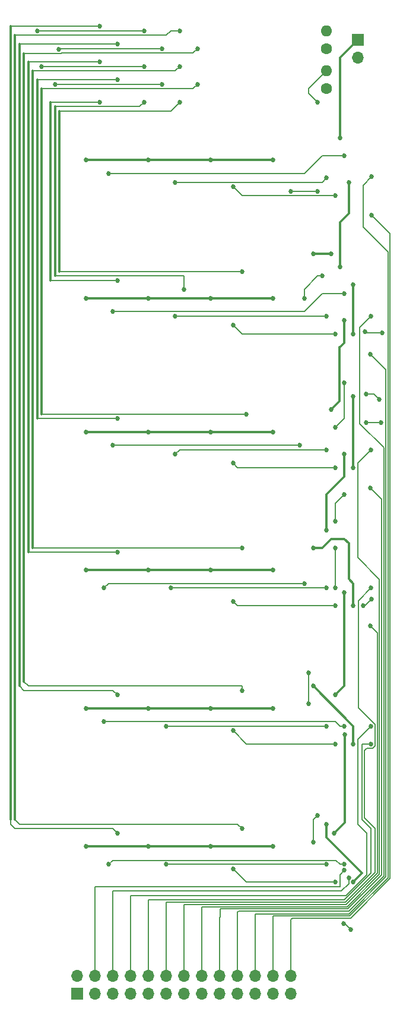
<source format=gbl>
G04 #@! TF.FileFunction,Copper,L2,Bot,Signal*
%FSLAX46Y46*%
G04 Gerber Fmt 4.6, Leading zero omitted, Abs format (unit mm)*
G04 Created by KiCad (PCBNEW 4.0.7) date Wed Feb 14 16:44:24 2018*
%MOMM*%
%LPD*%
G01*
G04 APERTURE LIST*
%ADD10C,0.100000*%
%ADD11R,1.700000X1.700000*%
%ADD12O,1.700000X1.700000*%
%ADD13C,1.600000*%
%ADD14O,1.600000X1.600000*%
%ADD15C,0.685800*%
%ADD16C,0.304800*%
%ADD17C,0.152400*%
G04 APERTURE END LIST*
D10*
D11*
X25673219Y-155834377D03*
D12*
X25673219Y-153294377D03*
X28213219Y-155834377D03*
X28213219Y-153294377D03*
X30753219Y-155834377D03*
X30753219Y-153294377D03*
X33293219Y-155834377D03*
X33293219Y-153294377D03*
X35833219Y-155834377D03*
X35833219Y-153294377D03*
X38373219Y-155834377D03*
X38373219Y-153294377D03*
X40913219Y-155834377D03*
X40913219Y-153294377D03*
X43453219Y-155834377D03*
X43453219Y-153294377D03*
X45993219Y-155834377D03*
X45993219Y-153294377D03*
X48533219Y-155834377D03*
X48533219Y-153294377D03*
X51073219Y-155834377D03*
X51073219Y-153294377D03*
X53613219Y-155834377D03*
X53613219Y-153294377D03*
X56153219Y-155834377D03*
X56153219Y-153294377D03*
D11*
X65678219Y-19944377D03*
D12*
X65678219Y-22484377D03*
D13*
X61233219Y-21214377D03*
D14*
X61233219Y-18674377D03*
D13*
X61233219Y-26929377D03*
D14*
X61233219Y-24389377D03*
D15*
X63138219Y-33914377D03*
X63138219Y-52329377D03*
X64408219Y-40264377D03*
X63773219Y-59949377D03*
X61868219Y-72649377D03*
X62318219Y-132974377D03*
X63859831Y-118917765D03*
X62503219Y-113289377D03*
X63773219Y-98684377D03*
X53613219Y-134879377D03*
X44723219Y-134879377D03*
X35833219Y-134879377D03*
X26943219Y-134879377D03*
X63773219Y-78999377D03*
X61233219Y-89794377D03*
X26943219Y-115194377D03*
X35833219Y-115194377D03*
X44723219Y-115194377D03*
X53613219Y-115194377D03*
X26943219Y-95509377D03*
X35833219Y-95509377D03*
X44723219Y-95509377D03*
X53613219Y-95509377D03*
X26943219Y-75824377D03*
X35833219Y-75824377D03*
X44723219Y-75824377D03*
X53613219Y-75824377D03*
X53613219Y-56774377D03*
X44723219Y-56774377D03*
X35833219Y-56774377D03*
X26943219Y-56774377D03*
X26943219Y-37089377D03*
X35833219Y-37089377D03*
X44723219Y-37089377D03*
X53613219Y-37089377D03*
X30118219Y-137419377D03*
X63773219Y-137419377D03*
X38373219Y-137419377D03*
X61233219Y-137419377D03*
X47898219Y-138054377D03*
X62503219Y-139959377D03*
X29483219Y-117099377D03*
X63773219Y-117734377D03*
X38373219Y-117734377D03*
X61233219Y-117734377D03*
X62503219Y-120274377D03*
X47898219Y-118369377D03*
X29483219Y-98049377D03*
X58058219Y-97414377D03*
X39008219Y-98049377D03*
X61233219Y-98049377D03*
X47898219Y-99954377D03*
X62503219Y-100589377D03*
X57423219Y-77729377D03*
X30753219Y-77729377D03*
X61233219Y-78364377D03*
X39643219Y-78999377D03*
X62503219Y-80904377D03*
X47898219Y-80269377D03*
X63773219Y-56139377D03*
X30753219Y-58679377D03*
X39643219Y-59314377D03*
X61233219Y-59314377D03*
X47898219Y-60584377D03*
X62503219Y-61854377D03*
X63773219Y-36454377D03*
X30118219Y-38994377D03*
X39643219Y-40264377D03*
X61233219Y-39629377D03*
X62503219Y-42169377D03*
X47898219Y-40899377D03*
X56153219Y-41534377D03*
X59963219Y-41534377D03*
X63773219Y-138257580D03*
X64712472Y-146689830D03*
X63697019Y-145826777D03*
X64408219Y-139324377D03*
X67583219Y-117734377D03*
X67583219Y-120274377D03*
X67583219Y-98049377D03*
X66440219Y-100563977D03*
X67659419Y-99649577D03*
X67507019Y-103459577D03*
X67583219Y-78364377D03*
X66897419Y-74503577D03*
X69031019Y-74478177D03*
X67507019Y-83799977D03*
X66897419Y-70388777D03*
X68726219Y-71150777D03*
X67583219Y-59314377D03*
X66745019Y-61549577D03*
X69183419Y-61701977D03*
X67507019Y-64749977D03*
X67659419Y-39451577D03*
X67659419Y-44937977D03*
X61233219Y-131704377D03*
X59328219Y-50424377D03*
X61868219Y-50424377D03*
X65043219Y-139959377D03*
X65043219Y-120274377D03*
X59328219Y-112019377D03*
X65043219Y-100589377D03*
X59328219Y-92334377D03*
X65043219Y-80904377D03*
X65043219Y-70744377D03*
X65043219Y-54869377D03*
X65043219Y-61854377D03*
X59328219Y-134244377D03*
X58693219Y-114559377D03*
X62503219Y-92334377D03*
X58058219Y-56774377D03*
X60598219Y-53599377D03*
X59963219Y-28834377D03*
X58693219Y-110114377D03*
X59963219Y-130434377D03*
X62503219Y-88524377D03*
X63773219Y-84714377D03*
X62503219Y-98049377D03*
X63773219Y-68839377D03*
X62503219Y-75189377D03*
X31388219Y-132974377D03*
X28848219Y-18039377D03*
X19958219Y-18674377D03*
X35198219Y-18674377D03*
X49168219Y-132339377D03*
X40278219Y-18674377D03*
X31388219Y-113289377D03*
X31388219Y-20579377D03*
X23040407Y-21307189D03*
X37738219Y-21214377D03*
X49168219Y-112654377D03*
X42818219Y-21214377D03*
X31388219Y-92969377D03*
X28848219Y-23119377D03*
X20593219Y-23754377D03*
X35198219Y-23754377D03*
X49168219Y-92334377D03*
X40278219Y-23754377D03*
X31388219Y-25659377D03*
X31388219Y-73919377D03*
X37738219Y-26294377D03*
X22498219Y-26294377D03*
X49803219Y-73284377D03*
X42818219Y-26294377D03*
X31388219Y-54234377D03*
X28848219Y-28834377D03*
X35198219Y-28834377D03*
X40913219Y-55504377D03*
X49168219Y-52964377D03*
X40278219Y-28834377D03*
D16*
X63138219Y-52329377D02*
X63138219Y-45979377D01*
X64408219Y-44709377D02*
X63138219Y-45979377D01*
X64408219Y-40264377D02*
X64408219Y-44709377D01*
X63138219Y-63759377D02*
X63773219Y-63124377D01*
X63773219Y-63124377D02*
X63773219Y-59949377D01*
X63074720Y-71442876D02*
X63074720Y-63759377D01*
D17*
X63074720Y-63759377D02*
X63138219Y-63759377D01*
D16*
X63138219Y-33914377D02*
X63138219Y-22484377D01*
X63138219Y-22484377D02*
X65678219Y-19944377D01*
X61868219Y-72649377D02*
X63074720Y-71442876D01*
X63859831Y-118917765D02*
X63859831Y-131432765D01*
X63859831Y-131432765D02*
X62318219Y-132974377D01*
X63773219Y-98684377D02*
X63773219Y-112019377D01*
X63773219Y-112019377D02*
X62503219Y-113289377D01*
X44723219Y-134879377D02*
X53613219Y-134879377D01*
X35833219Y-134879377D02*
X44723219Y-134879377D01*
X26943219Y-134879377D02*
X35833219Y-134879377D01*
X63773219Y-82174377D02*
X63773219Y-78999377D01*
X61233219Y-84714377D02*
X63773219Y-82174377D01*
X61233219Y-89794377D02*
X61233219Y-84714377D01*
X35833219Y-115194377D02*
X26943219Y-115194377D01*
X44723219Y-115194377D02*
X35833219Y-115194377D01*
X53613219Y-115194377D02*
X44723219Y-115194377D01*
X35833219Y-95509377D02*
X26943219Y-95509377D01*
X44723219Y-95509377D02*
X35833219Y-95509377D01*
X53613219Y-95509377D02*
X44723219Y-95509377D01*
X35833219Y-75824377D02*
X26943219Y-75824377D01*
X44723219Y-75824377D02*
X35833219Y-75824377D01*
X53613219Y-75824377D02*
X44723219Y-75824377D01*
X44723219Y-56774377D02*
X53613219Y-56774377D01*
X35833219Y-56774377D02*
X44723219Y-56774377D01*
X26943219Y-56774377D02*
X35833219Y-56774377D01*
X35833219Y-37089377D02*
X26943219Y-37089377D01*
X44723219Y-37089377D02*
X35833219Y-37089377D01*
X53613219Y-37089377D02*
X44723219Y-37089377D01*
D17*
X63138219Y-137419377D02*
X62566718Y-136847876D01*
X62566718Y-136847876D02*
X30689720Y-136847876D01*
X30689720Y-136847876D02*
X30118219Y-137419377D01*
X63773219Y-137419377D02*
X63138219Y-137419377D01*
X61233219Y-137419377D02*
X38373219Y-137419377D01*
X62503219Y-139959377D02*
X49803219Y-139959377D01*
X49803219Y-139959377D02*
X47898219Y-138054377D01*
X63138219Y-117734377D02*
X62503219Y-117099377D01*
X62503219Y-117099377D02*
X29483219Y-117099377D01*
X63773219Y-117734377D02*
X63138219Y-117734377D01*
X58693219Y-117734377D02*
X38373219Y-117734377D01*
X61233219Y-117734377D02*
X58693219Y-117734377D01*
X47898219Y-118369377D02*
X49803219Y-120274377D01*
X49803219Y-120274377D02*
X62503219Y-120274377D01*
X58058219Y-97414377D02*
X30118219Y-97414377D01*
X30118219Y-97414377D02*
X29483219Y-98049377D01*
X61233219Y-98049377D02*
X39008219Y-98049377D01*
X62503219Y-100589377D02*
X48533219Y-100589377D01*
X48533219Y-100589377D02*
X47898219Y-99954377D01*
X30753219Y-77729377D02*
X57423219Y-77729377D01*
X61233219Y-78364377D02*
X40278219Y-78364377D01*
X40278219Y-78364377D02*
X39643219Y-78999377D01*
X48533219Y-80904377D02*
X62503219Y-80904377D01*
X47898219Y-80269377D02*
X48533219Y-80904377D01*
X60598219Y-56139377D02*
X63773219Y-56139377D01*
X58058219Y-58679377D02*
X60598219Y-56139377D01*
X30753219Y-58679377D02*
X58058219Y-58679377D01*
X61233219Y-59314377D02*
X39643219Y-59314377D01*
X49168219Y-61854377D02*
X47898219Y-60584377D01*
X62503219Y-61854377D02*
X49168219Y-61854377D01*
X60598219Y-36454377D02*
X63773219Y-36454377D01*
X58058219Y-38994377D02*
X60598219Y-36454377D01*
X30118219Y-38994377D02*
X58058219Y-38994377D01*
X60598219Y-40264377D02*
X39643219Y-40264377D01*
X61233219Y-39629377D02*
X60598219Y-40264377D01*
X49168219Y-42169377D02*
X62503219Y-42169377D01*
X47898219Y-40899377D02*
X49168219Y-42169377D01*
X59963219Y-41534377D02*
X56153219Y-41534377D01*
X63773219Y-138257580D02*
X63138219Y-138892580D01*
X63138219Y-138892580D02*
X63138219Y-140594377D01*
X63138219Y-140594377D02*
X28213219Y-140594377D01*
X28213219Y-140594377D02*
X28213219Y-152092296D01*
X28213219Y-152092296D02*
X28213219Y-153294377D01*
X63697019Y-145826777D02*
X63849419Y-145826777D01*
X63849419Y-145826777D02*
X64712472Y-146689830D01*
X63349041Y-141229377D02*
X30753219Y-141229377D01*
X64408219Y-139324377D02*
X64408219Y-140170199D01*
X64408219Y-140170199D02*
X63349041Y-141229377D01*
X30753219Y-153294377D02*
X30753219Y-141229377D01*
X67583219Y-117734377D02*
X65678219Y-119639377D01*
X65678219Y-119639377D02*
X65678219Y-131704377D01*
X65678219Y-131704377D02*
X66948219Y-132974377D01*
X66948219Y-132974377D02*
X66948219Y-138900199D01*
X66948219Y-138900199D02*
X63984041Y-141864377D01*
X63984041Y-141864377D02*
X33293219Y-141864377D01*
X33293219Y-141864377D02*
X33293219Y-153294377D01*
X67583219Y-120274377D02*
X66313219Y-120274377D01*
X63780107Y-142499377D02*
X35833219Y-142499377D01*
X66313219Y-120274377D02*
X66313219Y-131069377D01*
X66313219Y-131069377D02*
X67583219Y-132339377D01*
X67583219Y-138696265D02*
X63780107Y-142499377D01*
X67583219Y-132339377D02*
X67583219Y-138696265D01*
X35833219Y-142499377D02*
X35833219Y-153294377D01*
X67583219Y-98049377D02*
X65779819Y-99852777D01*
X68154720Y-132275878D02*
X68154720Y-138555830D01*
X65779819Y-99852777D02*
X65779819Y-115085155D01*
X65779819Y-115085155D02*
X68154720Y-117460056D01*
X68154720Y-117460056D02*
X68154720Y-120548698D01*
X66948219Y-120909377D02*
X66618029Y-121239567D01*
X68154720Y-120548698D02*
X67794041Y-120909377D01*
X67794041Y-120909377D02*
X66948219Y-120909377D01*
X66618029Y-121239567D02*
X66618029Y-130739187D01*
X66618029Y-130739187D02*
X68154720Y-132275878D01*
X68154720Y-138555830D02*
X63906363Y-142804187D01*
X63906363Y-142804187D02*
X38373219Y-142804187D01*
X38373219Y-142804187D02*
X38373219Y-153294377D01*
X67659419Y-99649577D02*
X66745019Y-100563977D01*
X66745019Y-100563977D02*
X66440219Y-100563977D01*
X40913219Y-143159777D02*
X40964000Y-143108996D01*
X40964000Y-143108996D02*
X64032620Y-143108996D01*
X64032620Y-143108996D02*
X68459530Y-138682086D01*
X68459530Y-138682086D02*
X68459530Y-104412088D01*
X68459530Y-104412088D02*
X67507019Y-103459577D01*
X40913219Y-143769377D02*
X40913219Y-143159777D01*
X40913219Y-143159777D02*
X40963999Y-143108997D01*
X40913219Y-153294377D02*
X40913219Y-143769377D01*
X43453219Y-153294377D02*
X43453219Y-143439187D01*
X43453219Y-143439187D02*
X64133495Y-143439187D01*
X64133495Y-143439187D02*
X68764340Y-138808342D01*
X68764340Y-138808342D02*
X68764340Y-96792098D01*
X65678219Y-93705977D02*
X65678219Y-80269377D01*
X68764340Y-96792098D02*
X65678219Y-93705977D01*
X65678219Y-80269377D02*
X67583219Y-78364377D01*
X69031019Y-74478177D02*
X66922819Y-74478177D01*
X66922819Y-74478177D02*
X66897419Y-74503577D01*
X46018619Y-143743997D02*
X64259752Y-143743996D01*
X64259752Y-143743996D02*
X69069150Y-138934598D01*
X69069150Y-138934598D02*
X69069150Y-85362108D01*
X69069150Y-85362108D02*
X67507019Y-83799977D01*
X46018619Y-144607577D02*
X46018619Y-143743997D01*
X46018619Y-144912377D02*
X46018619Y-144607577D01*
X45993219Y-145039377D02*
X45993219Y-144937777D01*
X45993219Y-144937777D02*
X46018619Y-144912377D01*
X45993219Y-153294377D02*
X45993219Y-145039377D01*
X68726219Y-71150777D02*
X67964219Y-70388777D01*
X67964219Y-70388777D02*
X66897419Y-70388777D01*
X48533219Y-153294377D02*
X48533219Y-144226577D01*
X65983019Y-60914577D02*
X67583219Y-59314377D01*
X48533219Y-144226577D02*
X48710991Y-144048805D01*
X48710991Y-144048805D02*
X64386009Y-144048805D01*
X64386009Y-144048805D02*
X69373960Y-139060854D01*
X69373960Y-139060854D02*
X69373960Y-78046918D01*
X65983019Y-74655977D02*
X65983019Y-60914577D01*
X69373960Y-78046918D02*
X65983019Y-74655977D01*
X69183419Y-61701977D02*
X66897419Y-61701977D01*
X66897419Y-61701977D02*
X66745019Y-61549577D01*
X51073219Y-153294377D02*
X51073219Y-146309377D01*
X51073219Y-145801377D02*
X51047819Y-145775977D01*
X51073219Y-146309377D02*
X51073219Y-145801377D01*
X51047819Y-145775977D02*
X51047819Y-144455177D01*
X69678770Y-66921728D02*
X67507019Y-64749977D01*
X69678770Y-139187110D02*
X69678770Y-66921728D01*
X64410703Y-144455177D02*
X69678770Y-139187110D01*
X51047819Y-144455177D02*
X64410703Y-144455177D01*
X66440219Y-46614377D02*
X66440219Y-40670777D01*
X66440219Y-40670777D02*
X67659419Y-39451577D01*
X69983580Y-50157738D02*
X66440219Y-46614377D01*
X69983580Y-139313366D02*
X69983580Y-50157738D01*
X53613219Y-144759987D02*
X64536960Y-144759986D01*
X64536960Y-144759986D02*
X69983580Y-139313366D01*
X53613219Y-147045977D02*
X53613219Y-146944377D01*
X53613219Y-153294377D02*
X53613219Y-147045977D01*
X53613219Y-147045977D02*
X53613219Y-144759987D01*
X70288390Y-139439622D02*
X70288390Y-47566948D01*
X70288390Y-47566948D02*
X67659419Y-44937977D01*
X56153219Y-145293377D02*
X56381801Y-145064795D01*
X56381801Y-145064795D02*
X64663217Y-145064795D01*
X64663217Y-145064795D02*
X70288390Y-139439622D01*
X56153219Y-147579377D02*
X56153219Y-145293377D01*
X56153219Y-153294377D02*
X56153219Y-147579377D01*
D16*
X66313219Y-138689377D02*
X65043219Y-137419377D01*
X65043219Y-139959377D02*
X66313219Y-138689377D01*
X65043219Y-137419377D02*
X61233219Y-133609377D01*
X61233219Y-133609377D02*
X61233219Y-131704377D01*
X64408219Y-92334377D02*
X64408219Y-96779377D01*
X65043219Y-100589377D02*
X65043219Y-97414377D01*
X65043219Y-97414377D02*
X64408219Y-96779377D01*
X61868219Y-50424377D02*
X59328219Y-50424377D01*
X64408219Y-91699377D02*
X64408219Y-92334377D01*
X63773219Y-91064377D02*
X64408219Y-91699377D01*
X61868219Y-91064377D02*
X63773219Y-91064377D01*
X59328219Y-92334377D02*
X60598219Y-92334377D01*
X60598219Y-92334377D02*
X61868219Y-91064377D01*
X59328219Y-112019377D02*
X65043219Y-117734377D01*
X65043219Y-117734377D02*
X65043219Y-120274377D01*
X65043219Y-70744377D02*
X65043219Y-80904377D01*
X65043219Y-61854377D02*
X65043219Y-54869377D01*
D17*
X59328219Y-133609377D02*
X59328219Y-134244377D01*
X58693219Y-113924377D02*
X58693219Y-114559377D01*
X62503219Y-92969377D02*
X62503219Y-92334377D01*
X59963219Y-53599377D02*
X58058219Y-55504377D01*
X58058219Y-55504377D02*
X58058219Y-56774377D01*
X60598219Y-53599377D02*
X59963219Y-53599377D01*
X58693219Y-26929377D02*
X58693219Y-27564377D01*
X58693219Y-27564377D02*
X59963219Y-28834377D01*
X61233219Y-24389377D02*
X58693219Y-26929377D01*
X58693219Y-113924377D02*
X58693219Y-110114377D01*
X59328219Y-133609377D02*
X59328219Y-131069377D01*
X59328219Y-131069377D02*
X59963219Y-130434377D01*
X62503219Y-88524377D02*
X62503219Y-85984377D01*
X62503219Y-98049377D02*
X62503219Y-92969377D01*
X62503219Y-85984377D02*
X63773219Y-84714377D01*
X63773219Y-73919377D02*
X63773219Y-68839377D01*
X62503219Y-75189377D02*
X63773219Y-73919377D01*
X30753219Y-132339377D02*
X31388219Y-132974377D01*
X16783219Y-132339377D02*
X30753219Y-132339377D01*
X16148219Y-131704377D02*
X16783219Y-132339377D01*
X16148219Y-131069377D02*
X16148219Y-131704377D01*
D16*
X16148219Y-21214377D02*
X16148219Y-131069377D01*
X16148219Y-18039377D02*
X16148219Y-21214377D01*
D17*
X28848219Y-18039377D02*
X16148219Y-18039377D01*
X35198219Y-18674377D02*
X19958219Y-18674377D01*
X48533219Y-131704377D02*
X49168219Y-132339377D01*
X17418219Y-131704377D02*
X48533219Y-131704377D01*
X16783219Y-131069377D02*
X17418219Y-131704377D01*
D16*
X16783219Y-21214377D02*
X16783219Y-131069377D01*
X16783219Y-19309377D02*
X16783219Y-21214377D01*
D17*
X18257153Y-19309377D02*
X16783219Y-19309377D01*
X38373219Y-19309377D02*
X18257153Y-19309377D01*
X39008219Y-18674377D02*
X38373219Y-19309377D01*
X40278219Y-18674377D02*
X39008219Y-18674377D01*
X30753219Y-112654377D02*
X31388219Y-113289377D01*
X18053219Y-112654377D02*
X30753219Y-112654377D01*
X17418219Y-112019377D02*
X18053219Y-112654377D01*
D16*
X17418219Y-23754377D02*
X17418219Y-112019377D01*
X17418219Y-20579377D02*
X17418219Y-23754377D01*
D17*
X31388219Y-20579377D02*
X17418219Y-20579377D01*
X37738219Y-21214377D02*
X23133219Y-21214377D01*
X23133219Y-21214377D02*
X23040407Y-21307189D01*
X49168219Y-112019377D02*
X49168219Y-112654377D01*
X18688219Y-112019377D02*
X49168219Y-112019377D01*
X18053219Y-111384377D02*
X18688219Y-112019377D01*
D16*
X18053219Y-24389377D02*
X18053219Y-111384377D01*
X18053219Y-23754377D02*
X18053219Y-24389377D01*
X18053219Y-21908003D02*
X18053219Y-23754377D01*
D17*
X18082532Y-21878690D02*
X18053219Y-21908003D01*
X42183219Y-21849377D02*
X23344041Y-21849377D01*
X23344041Y-21849377D02*
X23314728Y-21878690D01*
X23314728Y-21878690D02*
X18082532Y-21878690D01*
X42818219Y-21214377D02*
X42183219Y-21849377D01*
X18688219Y-92969377D02*
X31388219Y-92969377D01*
D16*
X18688219Y-25659377D02*
X18688219Y-92969377D01*
X18688219Y-23119377D02*
X18688219Y-25659377D01*
D17*
X28848219Y-23119377D02*
X18688219Y-23119377D01*
X35198219Y-23754377D02*
X20593219Y-23754377D01*
X19323219Y-92334377D02*
X49168219Y-92334377D01*
D16*
X19323219Y-25659377D02*
X19323219Y-92334377D01*
X19323219Y-24389377D02*
X19323219Y-25659377D01*
D17*
X26943219Y-24389377D02*
X19323219Y-24389377D01*
X39643219Y-24389377D02*
X26943219Y-24389377D01*
X40278219Y-23754377D02*
X39643219Y-24389377D01*
D16*
X19958219Y-44074377D02*
X19958219Y-73919377D01*
D17*
X31388219Y-25659377D02*
X19958219Y-25659377D01*
D16*
X19958219Y-25659377D02*
X19958219Y-44074377D01*
D17*
X19958219Y-73919377D02*
X31388219Y-73919377D01*
X37738219Y-26294377D02*
X22498219Y-26294377D01*
X20593219Y-73284377D02*
X49803219Y-73284377D01*
D16*
X20593219Y-44074377D02*
X20593219Y-73284377D01*
X20593219Y-26929377D02*
X20593219Y-44074377D01*
D17*
X42183219Y-26929377D02*
X20593219Y-26929377D01*
X42818219Y-26294377D02*
X42183219Y-26929377D01*
X21863219Y-54234377D02*
X31388219Y-54234377D01*
D16*
X21863219Y-28834377D02*
X21863219Y-54234377D01*
D17*
X28848219Y-28834377D02*
X21863219Y-28834377D01*
X40913219Y-53599377D02*
X40913219Y-55504377D01*
X35198219Y-28834377D02*
X34563219Y-29469377D01*
X34563219Y-29469377D02*
X22498219Y-29469377D01*
D16*
X22498219Y-29469377D02*
X22498219Y-53599377D01*
D17*
X22498219Y-53599377D02*
X40913219Y-53599377D01*
X23133219Y-52964377D02*
X49168219Y-52964377D01*
D16*
X23133219Y-30104377D02*
X23133219Y-52964377D01*
D17*
X39008219Y-30104377D02*
X23133219Y-30104377D01*
X40278219Y-28834377D02*
X39008219Y-30104377D01*
M02*

</source>
